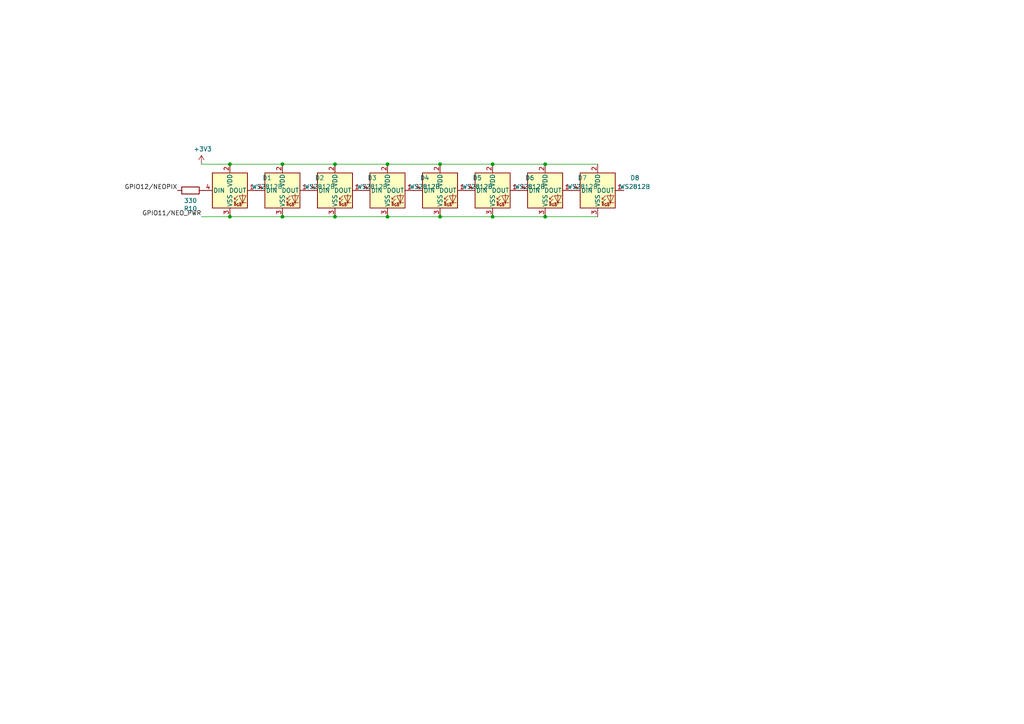
<source format=kicad_sch>
(kicad_sch (version 20230121) (generator eeschema)
  (paper "A4")
  (lib_symbols
    (symbol "Device:R" (pin_numbers hide) (pin_names (offset 0))
      (property "Reference" "R" (at 2.032 0 90))
      (property "Value" "R" (at 0 0 90))
      (symbol "R_0_1"
        (rectangle (start -1.016 -2.54) (end 1.016 2.54) (stroke (width 0.254)))
      )
      (symbol "R_1_1"
        (pin passive line (at 0 3.81 270) (length 1.27) (name "~") (number "1"))
        (pin passive line (at 0 -3.81 90) (length 1.27) (name "~") (number "2"))
      )
    )
    (symbol "power:+3V3" (power) (pin_names (offset 0))
      (property "Value" "+3V3" (at 0 3.556 0))
      (symbol "+3V3_0_1"
        (polyline (pts (xy -0.762 1.27) (xy 0 2.54)))
        (polyline (pts (xy 0 0) (xy 0 2.54)))
        (polyline (pts (xy 0 2.54) (xy 0.762 1.27)))
      )
      (symbol "+3V3_1_1"
        (pin power_in line (at 0 0 90) (length 0) hide (name "+3V3") (number "1"))
      )
    )
    (symbol "ws2018b:WS2812B_1x1" (pin_names (offset 0.254))
      (property "Reference" "D1" (at 11.43 3.6479 0))
      (property "Value" "WS2812B" (at 11.43 1.1079 0))
      (symbol "WS2812B_1x1_0_0"
        (text "RGB" (at 2.286 -4.191 0) (effects (font (size 0.762 0.762))))
      )
      (symbol "WS2812B_1x1_0_1"
        (polyline (pts (xy 1.27 -3.556) (xy 1.778 -3.556)))
        (polyline (pts (xy 1.27 -2.54) (xy 1.778 -2.54)))
        (polyline (pts (xy 4.699 -3.556) (xy 2.667 -3.556)))
        (polyline (pts (xy 2.286 -2.54) (xy 1.27 -3.556) (xy 1.27 -3.048)))
        (polyline (pts (xy 2.286 -1.524) (xy 1.27 -2.54) (xy 1.27 -2.032)))
        (polyline (pts (xy 3.683 -1.016) (xy 3.683 -3.556) (xy 3.683 -4.064)))
        (polyline (pts (xy 4.699 -1.524) (xy 2.667 -1.524) (xy 3.683 -3.556) (xy 4.699 -1.524)))
        (rectangle (start 5.08 5.08) (end -5.08 -5.08) (stroke (width 0.254)) (fill (type background)))
      )
      (symbol "WS2812B_1x1_1_1"
        (pin output line (at 7.62 0 180) (length 2.54) (name "DOUT") (number "1"))
        (pin power_in line (at 0 7.62 270) (length 2.54) (name "VDD") (number "2"))
        (pin power_in line (at 0 -7.62 90) (length 2.54) (name "VSS") (number "3"))
        (pin input line (at -7.62 0 0) (length 2.54) (name "DIN") (number "4"))
      )
    )
  )
  (junction (at 142.875 62.865))
  (junction (at 127.635 47.625))
  (junction (at 97.155 47.625))
  (junction (at 127.635 62.865))
  (junction (at 112.395 47.625))
  (junction (at 158.115 47.625))
  (junction (at 112.395 62.865))
  (junction (at 81.915 62.865))
  (junction (at 66.675 47.625))
  (junction (at 97.155 62.865))
  (junction (at 66.675 62.865))
  (junction (at 142.875 47.625))
  (junction (at 81.915 47.625))
  (junction (at 158.115 62.865))
  (wire (pts (xy 81.915 62.865) (xy 97.155 62.865)))
  (wire (pts (xy 142.875 47.625) (xy 158.115 47.625)))
  (wire (pts (xy 127.635 47.625) (xy 142.875 47.625)))
  (wire (pts (xy 66.675 47.625) (xy 81.915 47.625)))
  (wire (pts (xy 97.155 62.865) (xy 112.395 62.865)))
  (wire (pts (xy 81.915 47.625) (xy 97.155 47.625)))
  (wire (pts (xy 97.155 47.625) (xy 112.395 47.625)))
  (wire (pts (xy 66.675 62.865) (xy 81.915 62.865)))
  (wire (pts (xy 112.395 62.865) (xy 127.635 62.865)))
  (wire (pts (xy 158.115 62.865) (xy 173.355 62.865)))
  (wire (pts (xy 112.395 47.625) (xy 127.635 47.625)))
  (wire (pts (xy 66.675 47.625) (xy 58.42 47.625)))
  (wire (pts (xy 127.635 62.865) (xy 142.875 62.865)))
  (wire (pts (xy 142.875 62.865) (xy 158.115 62.865)))
  (wire (pts (xy 158.115 47.625) (xy 173.355 47.625)))
  (wire (pts (xy 58.42 62.865) (xy 66.675 62.865)))
  (label "GPIO12{slash}NEOPIX" (at 51.435 55.245 180))
  (label "GPIO11{slash}NEO_PWR" (at 58.42 62.865 180))
  (symbol (lib_id "ws2018b:WS2812B_1x1") (at 173.355 55.245 0) (unit 1)
    (property "Reference" "D8" (at 184.15 51.5971 0))
    (property "Value" "WS2812B" (at 184.15 54.1371 0))
    (property "Footprint" "ws2812b:LED_WS2812B_PLCC4_1.0x1.0mm" (effects hide))
    (property "Datasheet" "https://cdn-shop.adafruit.com/datasheets/WS2812B.pdf" (effects hide))
  )
  (symbol (lib_id "ws2018b:WS2812B_1x1") (at 112.395 55.245 0) (unit 1)
    (property "Reference" "D4" (at 123.19 51.5971 0))
    (property "Value" "WS2812B" (at 123.19 54.1371 0))
    (property "Footprint" "ws2812b:LED_WS2812B_PLCC4_1.0x1.0mm" (effects hide))
    (property "Datasheet" "https://cdn-shop.adafruit.com/datasheets/WS2812B.pdf" (effects hide))
  )
  (symbol (lib_id "power:+3V3") (at 58.42 47.625 0) (unit 1)
    (property "Reference" "#PWR010" (effects hide))
    (property "Value" "+3V3" (at 58.801 43.2308 0))
    (instances (project "labsconbadge-23" (path "" (reference "#PWR010") (unit 1)) (path "" (reference "#PWR025") (unit 1))) (project "RP2040_minimal" (path "" (reference "#PWR09") (unit 1))))
  )
  (symbol (lib_id "ws2018b:WS2812B_1x1") (at 81.915 55.245 0) (unit 1)
    (property "Reference" "D2" (at 92.71 51.5971 0))
    (property "Value" "WS2812B" (at 92.71 54.1371 0))
    (property "Footprint" "ws2812b:LED_WS2812B_PLCC4_1.0x1.0mm" (effects hide))
    (property "Datasheet" "https://cdn-shop.adafruit.com/datasheets/WS2812B.pdf" (effects hide))
  )
  (symbol (lib_id "Device:R") (at 55.245 55.245 90) (unit 1)
    (property "Reference" "R10" (at 55.245 60.5028 90))
    (property "Value" "330" (at 55.245 58.1914 90))
    (property "Footprint" "Resistor_SMD:R_0402_1005Metric" (effects hide))
    (property "LCSC" "C25104" (effects hide))
    (property "P/N" "0402WGF3300TCE" (effects hide))
    (property "Price" "$0.00" (effects hide))
    (instances (project "labsconbadge-23" (path "" (reference "R10") (unit 1)) (path "" (reference "R12") (unit 1))) (project "RP2040_minimal" (path "" (reference "R4") (unit 1))))
  )
  (symbol (lib_id "ws2018b:WS2812B_1x1") (at 127.635 55.245 0) (unit 1)
    (property "Reference" "D5" (at 138.43 51.5971 0))
    (property "Value" "WS2812B" (at 138.43 54.1371 0))
    (property "Footprint" "ws2812b:LED_WS2812B_PLCC4_1.0x1.0mm" (effects hide))
    (property "Datasheet" "https://cdn-shop.adafruit.com/datasheets/WS2812B.pdf" (effects hide))
  )
  (symbol (lib_id "ws2018b:WS2812B_1x1") (at 142.875 55.245 0) (unit 1)
    (property "Reference" "D6" (at 153.67 51.5971 0))
    (property "Value" "WS2812B" (at 153.67 54.1371 0))
    (property "Footprint" "ws2812b:LED_WS2812B_PLCC4_1.0x1.0mm" (effects hide))
    (property "Datasheet" "https://cdn-shop.adafruit.com/datasheets/WS2812B.pdf" (effects hide))
  )
  (symbol (lib_id "ws2018b:WS2812B_1x1") (at 158.115 55.245 0) (unit 1)
    (property "Reference" "D7" (at 168.91 51.5971 0))
    (property "Value" "WS2812B" (at 168.91 54.1371 0))
    (property "Footprint" "ws2812b:LED_WS2812B_PLCC4_1.0x1.0mm" (effects hide))
    (property "Datasheet" "https://cdn-shop.adafruit.com/datasheets/WS2812B.pdf" (effects hide))
  )
  (symbol (lib_id "ws2018b:WS2812B_1x1") (at 97.155 55.245 0) (unit 1)
    (property "Reference" "D3" (at 107.95 51.5971 0))
    (property "Value" "WS2812B" (at 107.95 54.1371 0))
    (property "Footprint" "ws2812b:LED_WS2812B_PLCC4_1.0x1.0mm" (effects hide))
    (property "Datasheet" "https://cdn-shop.adafruit.com/datasheets/WS2812B.pdf" (effects hide))
  )
  (symbol (lib_id "ws2018b:WS2812B_1x1") (at 66.675 55.245 0) (unit 1)
    (property "Reference" "D1" (at 77.47 51.5971 0))
    (property "Value" "WS2812B" (at 77.47 54.1371 0))
    (property "Footprint" "ws2812b:LED_WS2812B_PLCC4_1.0x1.0mm" (effects hide))
    (property "Datasheet" "https://cdn-shop.adafruit.com/datasheets/WS2812B.pdf" (effects hide))
  )
)
</source>
